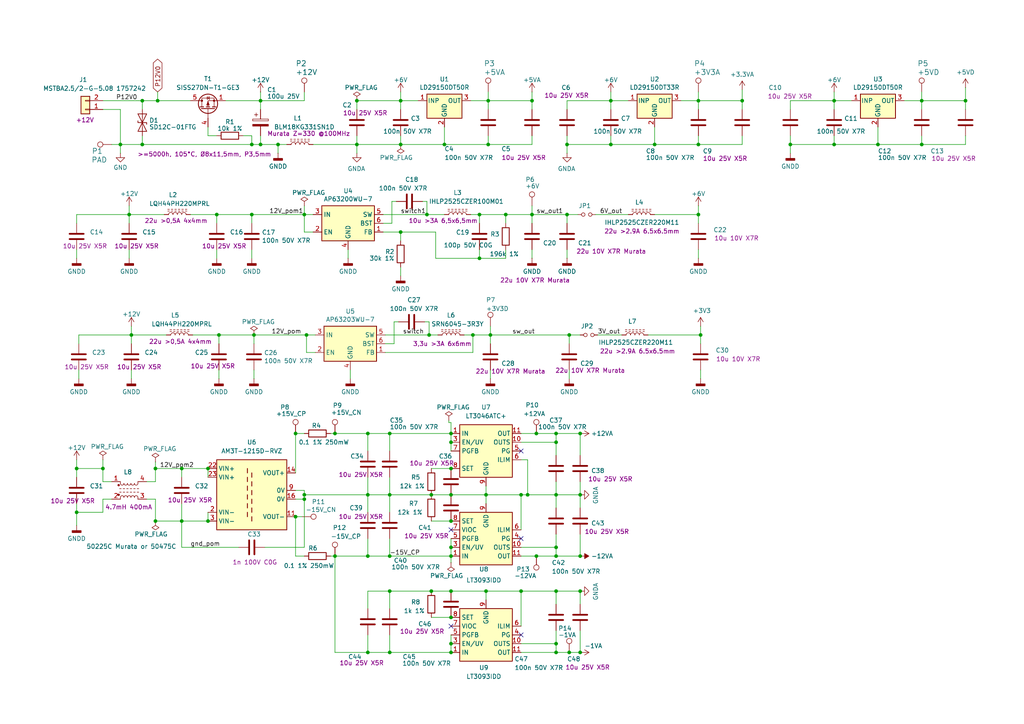
<source format=kicad_sch>
(kicad_sch (version 20250114) (generator "eeschema") (generator_version "9.0")
  (paper "A4")
  (junction (at 52.705 135.89))
  (junction (at 130.81 179.07))
  (junction (at 146.685 62.23))
  (junction (at 45.085 135.89))
  (junction (at 140.97 171.45))
  (junction (at 241.935 41.91))
  (junction (at 168.275 161.29))
  (junction (at 116.205 41.91))
  (junction (at 165.1 189.23))
  (junction (at 203.2 97.155))
  (junction (at 60.325 151.13))
  (junction (at 130.81 125.73))
  (junction (at 154.305 62.23))
  (junction (at 161.29 171.45))
  (junction (at 139.065 62.23))
  (junction (at 161.29 128.27))
  (junction (at 229.235 41.91))
  (junction (at 22.225 135.89))
  (junction (at 254.635 41.91))
  (junction (at 73.025 41.91))
  (junction (at 38.1 97.155))
  (junction (at 113.03 189.23))
  (junction (at 130.81 135.89))
  (junction (at 88.265 62.23))
  (junction (at 161.29 161.29))
  (junction (at 130.81 189.23))
  (junction (at 116.205 29.21))
  (junction (at 97.155 125.73))
  (junction (at 88.265 143.51))
  (junction (at 165.1 97.155))
  (junction (at 41.275 41.91))
  (junction (at 151.13 171.45))
  (junction (at 52.705 151.13))
  (junction (at 130.81 128.27))
  (junction (at 267.335 41.91))
  (junction (at 267.335 29.21))
  (junction (at 124.46 97.155))
  (junction (at 161.29 186.69))
  (junction (at 63.5 97.155))
  (junction (at 113.03 143.51))
  (junction (at 113.03 161.29))
  (junction (at 202.565 62.23))
  (junction (at 155.575 125.73))
  (junction (at 177.165 41.91))
  (junction (at 123.825 62.23))
  (junction (at 151.13 143.51))
  (junction (at 161.29 143.51))
  (junction (at 73.66 97.155))
  (junction (at 154.305 29.21))
  (junction (at 153.035 143.51))
  (junction (at 130.81 161.29))
  (junction (at 106.68 143.51))
  (junction (at 41.275 29.21))
  (junction (at 103.505 29.21))
  (junction (at 80.645 41.91))
  (junction (at 155.575 161.29))
  (junction (at 202.565 29.21))
  (junction (at 103.505 41.91))
  (junction (at 141.605 41.91))
  (junction (at 189.865 41.91))
  (junction (at 161.29 189.23))
  (junction (at 60.325 135.89))
  (junction (at 125.095 143.51))
  (junction (at 116.205 67.31))
  (junction (at 113.03 125.73))
  (junction (at 97.155 161.29))
  (junction (at 142.24 97.155))
  (junction (at 45.085 151.13))
  (junction (at 168.275 171.45))
  (junction (at 280.035 29.21))
  (junction (at 34.925 41.91))
  (junction (at 168.275 189.23))
  (junction (at 161.29 125.73))
  (junction (at 130.81 143.51))
  (junction (at 106.68 161.29))
  (junction (at 125.095 171.45))
  (junction (at 106.68 189.23))
  (junction (at 137.16 97.155))
  (junction (at 141.605 29.21))
  (junction (at 241.935 29.21))
  (junction (at 45.72 29.21))
  (junction (at 177.165 29.21))
  (junction (at 168.275 125.73))
  (junction (at 75.565 29.21))
  (junction (at 22.225 148.59))
  (junction (at 130.81 158.75))
  (junction (at 88.9 97.155))
  (junction (at 62.865 62.23))
  (junction (at 85.725 125.73))
  (junction (at 88.265 144.78))
  (junction (at 139.065 74.93))
  (junction (at 130.81 151.13))
  (junction (at 37.465 62.23))
  (junction (at 130.81 186.69))
  (junction (at 75.565 41.91))
  (junction (at 202.565 41.91))
  (junction (at 161.29 158.75))
  (junction (at 140.97 143.51))
  (junction (at 215.265 29.21))
  (junction (at 29.845 135.89))
  (junction (at 106.68 125.73))
  (junction (at 130.81 171.45))
  (junction (at 128.905 41.91))
  (junction (at 164.465 41.91))
  (junction (at 113.03 171.45))
  (junction (at 168.275 143.51))
  (junction (at 164.465 62.23))
  (junction (at 73.025 62.23))
  (junction (at 85.725 149.86))
  (no_connect (at 151.13 156.21))
  (no_connect (at 151.13 130.81))
  (no_connect (at 130.81 153.67))
  (no_connect (at 130.81 181.61))
  (no_connect (at 151.13 184.15))
  (wire (pts (xy 88.265 143.51) (xy 88.265 144.78)))
  (wire (pts (xy 140.97 173.99) (xy 140.97 171.45)))
  (wire (pts (xy 97.155 125.73) (xy 106.68 125.73)))
  (wire (pts (xy 161.29 171.45) (xy 151.13 171.45)))
  (wire (pts (xy 130.81 143.51) (xy 140.97 143.51)))
  (wire (pts (xy 75.565 26.67) (xy 75.565 29.21)))
  (wire (pts (xy 130.81 189.23) (xy 113.03 189.23)))
  (wire (pts (xy 229.235 44.45) (xy 229.235 41.91)))
  (wire (pts (xy 140.97 146.05) (xy 140.97 143.51)))
  (wire (pts (xy 130.81 158.75) (xy 130.81 161.29)))
  (wire (pts (xy 103.505 29.21) (xy 116.205 29.21)))
  (wire (pts (xy 22.225 135.89) (xy 29.845 135.89)))
  (wire (pts (xy 70.485 39.37) (xy 73.025 39.37)))
  (wire (pts (xy 130.81 128.27) (xy 130.81 130.81)))
  (wire (pts (xy 215.265 26.035) (xy 215.265 29.21)))
  (wire (pts (xy 34.925 31.75) (xy 29.845 31.75)))
  (wire (pts (xy 52.705 151.13) (xy 60.325 151.13)))
  (wire (pts (xy 29.845 135.89) (xy 29.845 139.7)))
  (wire (pts (xy 173.355 97.155) (xy 180.34 97.155)))
  (wire (pts (xy 172.72 62.23) (xy 182.245 62.23)))
  (wire (pts (xy 113.03 156.21) (xy 113.03 161.29)))
  (wire (pts (xy 22.225 146.05) (xy 22.225 148.59)))
  (wire (pts (xy 164.465 41.91) (xy 164.465 39.37)))
  (wire (pts (xy 130.81 163.195) (xy 130.81 161.29)))
  (wire (pts (xy 88.265 158.75) (xy 88.265 144.78)))
  (wire (pts (xy 146.685 72.39) (xy 146.685 74.93)))
  (wire (pts (xy 63.5 97.155) (xy 73.66 97.155)))
  (wire (pts (xy 165.1 97.155) (xy 142.24 97.155)))
  (wire (pts (xy 75.565 41.91) (xy 80.645 41.91)))
  (wire (pts (xy 45.085 139.7) (xy 45.085 135.89)))
  (wire (pts (xy 280.035 29.21) (xy 267.335 29.21)))
  (wire (pts (xy 139.065 72.39) (xy 139.065 74.93)))
  (wire (pts (xy 155.575 125.73) (xy 161.29 125.73)))
  (wire (pts (xy 137.16 102.235) (xy 137.16 97.155)))
  (wire (pts (xy 113.03 130.81) (xy 113.03 125.73)))
  (wire (pts (xy 88.265 67.31) (xy 88.265 62.23)))
  (wire (pts (xy 151.13 171.45) (xy 151.13 181.61)))
  (wire (pts (xy 73.66 109.855) (xy 73.66 107.315)))
  (wire (pts (xy 45.085 144.78) (xy 42.545 144.78)))
  (wire (pts (xy 88.265 161.29) (xy 85.725 161.29)))
  (wire (pts (xy 202.565 59.69) (xy 202.565 62.23)))
  (wire (pts (xy 113.03 138.43) (xy 113.03 143.51)))
  (wire (pts (xy 151.13 128.27) (xy 161.29 128.27)))
  (wire (pts (xy 280.035 41.91) (xy 267.335 41.91)))
  (wire (pts (xy 103.505 31.75) (xy 103.505 29.21)))
  (wire (pts (xy 41.275 41.91) (xy 41.275 39.37)))
  (wire (pts (xy 62.865 74.93) (xy 62.865 72.39)))
  (wire (pts (xy 22.225 62.23) (xy 22.225 64.77)))
  (wire (pts (xy 73.025 64.77) (xy 73.025 62.23)))
  (wire (pts (xy 254.635 41.91) (xy 254.635 36.83)))
  (wire (pts (xy 45.085 135.89) (xy 52.705 135.89)))
  (wire (pts (xy 189.865 41.91) (xy 189.865 36.83)))
  (wire (pts (xy 142.24 107.315) (xy 142.24 109.855)))
  (wire (pts (xy 151.13 125.73) (xy 155.575 125.73)))
  (wire (pts (xy 111.76 102.235) (xy 137.16 102.235)))
  (wire (pts (xy 62.865 64.77) (xy 62.865 62.23)))
  (wire (pts (xy 45.085 133.985) (xy 45.085 135.89)))
  (wire (pts (xy 187.96 97.155) (xy 203.2 97.155)))
  (wire (pts (xy 85.725 149.86) (xy 85.725 161.29)))
  (wire (pts (xy 75.565 39.37) (xy 75.565 41.91)))
  (wire (pts (xy 267.335 29.21) (xy 267.335 31.75)))
  (wire (pts (xy 154.305 72.39) (xy 154.305 74.93)))
  (wire (pts (xy 177.165 41.91) (xy 189.865 41.91)))
  (wire (pts (xy 38.1 109.855) (xy 38.1 107.315)))
  (wire (pts (xy 202.565 62.23) (xy 202.565 64.77)))
  (wire (pts (xy 88.9 97.155) (xy 91.44 97.155)))
  (wire (pts (xy 88.9 102.235) (xy 88.9 97.155)))
  (wire (pts (xy 140.97 140.97) (xy 140.97 143.51)))
  (wire (pts (xy 161.29 143.51) (xy 153.035 143.51)))
  (wire (pts (xy 52.705 158.75) (xy 69.215 158.75)))
  (wire (pts (xy 161.29 158.75) (xy 161.29 154.94)))
  (wire (pts (xy 114.935 58.42) (xy 113.665 58.42)))
  (wire (pts (xy 142.24 97.155) (xy 142.24 99.695)))
  (wire (pts (xy 106.68 171.45) (xy 106.68 176.53)))
  (wire (pts (xy 52.705 151.13) (xy 52.705 158.75)))
  (wire (pts (xy 123.825 58.42) (xy 122.555 58.42)))
  (wire (pts (xy 168.275 175.26) (xy 168.275 171.45)))
  (wire (pts (xy 280.035 31.75) (xy 280.035 29.21)))
  (wire (pts (xy 241.935 39.37) (xy 241.935 41.91)))
  (wire (pts (xy 229.235 41.91) (xy 229.235 39.37)))
  (wire (pts (xy 90.805 41.91) (xy 103.505 41.91)))
  (wire (pts (xy 113.03 184.15) (xy 113.03 189.23)))
  (wire (pts (xy 215.265 29.21) (xy 202.565 29.21)))
  (wire (pts (xy 113.03 189.23) (xy 106.68 189.23)))
  (wire (pts (xy 116.205 77.47) (xy 116.205 80.01)))
  (wire (pts (xy 130.81 151.13) (xy 125.095 151.13)))
  (wire (pts (xy 101.6 109.855) (xy 101.6 107.315)))
  (wire (pts (xy 88.265 29.21) (xy 88.265 26.67)))
  (wire (pts (xy 151.13 133.35) (xy 153.035 133.35)))
  (wire (pts (xy 37.465 59.69) (xy 37.465 62.23)))
  (wire (pts (xy 113.03 148.59) (xy 113.03 143.51)))
  (wire (pts (xy 116.205 29.21) (xy 116.205 31.75)))
  (wire (pts (xy 164.465 29.21) (xy 177.165 29.21)))
  (wire (pts (xy 34.925 44.45) (xy 34.925 41.91)))
  (wire (pts (xy 22.225 133.35) (xy 22.225 135.89)))
  (wire (pts (xy 125.095 143.51) (xy 130.81 143.51)))
  (wire (pts (xy 85.725 125.73) (xy 85.725 137.16)))
  (wire (pts (xy 88.265 144.78) (xy 85.725 144.78)))
  (wire (pts (xy 155.575 161.29) (xy 161.29 161.29)))
  (wire (pts (xy 73.025 74.93) (xy 73.025 72.39)))
  (wire (pts (xy 202.565 39.37) (xy 202.565 41.91)))
  (wire (pts (xy 73.66 99.695) (xy 73.66 97.155)))
  (wire (pts (xy 124.46 93.345) (xy 123.19 93.345)))
  (wire (pts (xy 116.205 67.31) (xy 126.365 67.31)))
  (wire (pts (xy 154.305 31.75) (xy 154.305 29.21)))
  (wire (pts (xy 22.86 97.155) (xy 22.86 99.695)))
  (wire (pts (xy 241.935 29.21) (xy 241.935 31.75)))
  (wire (pts (xy 106.68 189.23) (xy 106.68 184.15)))
  (wire (pts (xy 38.1 94.615) (xy 38.1 97.155)))
  (wire (pts (xy 114.3 93.345) (xy 114.3 99.695)))
  (wire (pts (xy 88.265 142.24) (xy 88.265 143.51)))
  (wire (pts (xy 55.245 62.23) (xy 62.865 62.23)))
  (wire (pts (xy 97.155 161.29) (xy 106.68 161.29)))
  (wire (pts (xy 76.835 158.75) (xy 88.265 158.75)))
  (wire (pts (xy 111.125 67.31) (xy 116.205 67.31)))
  (wire (pts (xy 197.485 29.21) (xy 202.565 29.21)))
  (wire (pts (xy 177.165 26.67) (xy 177.165 29.21)))
  (wire (pts (xy 128.905 41.91) (xy 128.905 36.83)))
  (wire (pts (xy 161.29 175.26) (xy 161.29 171.45)))
  (wire (pts (xy 37.465 62.23) (xy 37.465 64.77)))
  (wire (pts (xy 267.335 39.37) (xy 267.335 41.91)))
  (wire (pts (xy 161.29 125.73) (xy 161.29 128.27)))
  (wire (pts (xy 128.905 62.23) (xy 123.825 62.23)))
  (wire (pts (xy 189.865 62.23) (xy 202.565 62.23)))
  (wire (pts (xy 153.035 143.51) (xy 151.13 143.51)))
  (wire (pts (xy 41.275 29.21) (xy 41.275 31.75)))
  (wire (pts (xy 130.81 179.07) (xy 125.095 179.07)))
  (wire (pts (xy 130.175 121.92) (xy 130.175 122.555)))
  (wire (pts (xy 32.385 144.78) (xy 29.845 144.78)))
  (wire (pts (xy 116.205 67.31) (xy 116.205 69.85)))
  (wire (pts (xy 75.565 29.21) (xy 88.265 29.21)))
  (wire (pts (xy 90.805 67.31) (xy 88.265 67.31)))
  (wire (pts (xy 151.13 143.51) (xy 140.97 143.51)))
  (wire (pts (xy 177.165 29.21) (xy 177.165 31.75)))
  (wire (pts (xy 88.265 59.69) (xy 88.265 62.23)))
  (wire (pts (xy 91.44 102.235) (xy 88.9 102.235)))
  (wire (pts (xy 22.225 135.89) (xy 22.225 138.43)))
  (wire (pts (xy 45.72 26.67) (xy 45.72 29.21)))
  (wire (pts (xy 114.3 99.695) (xy 111.76 99.695)))
  (wire (pts (xy 34.925 31.75) (xy 34.925 41.91)))
  (wire (pts (xy 116.205 39.37) (xy 116.205 41.91)))
  (wire (pts (xy 203.2 97.155) (xy 203.2 94.615)))
  (wire (pts (xy 280.035 39.37) (xy 280.035 41.91)))
  (wire (pts (xy 130.81 186.69) (xy 130.81 189.23)))
  (wire (pts (xy 130.81 184.15) (xy 130.81 186.69)))
  (wire (pts (xy 113.03 161.29) (xy 106.68 161.29)))
  (wire (pts (xy 151.13 161.29) (xy 155.575 161.29)))
  (wire (pts (xy 165.1 189.23) (xy 168.275 189.23)))
  (wire (pts (xy 37.465 74.93) (xy 37.465 72.39)))
  (wire (pts (xy 267.335 41.91) (xy 254.635 41.91)))
  (wire (pts (xy 203.2 97.155) (xy 203.2 99.695)))
  (wire (pts (xy 177.165 39.37) (xy 177.165 41.91)))
  (wire (pts (xy 229.235 41.91) (xy 241.935 41.91)))
  (wire (pts (xy 62.865 62.23) (xy 73.025 62.23)))
  (wire (pts (xy 161.29 189.23) (xy 165.1 189.23)))
  (wire (pts (xy 139.065 74.93) (xy 146.685 74.93)))
  (wire (pts (xy 154.305 39.37) (xy 154.305 41.91)))
  (wire (pts (xy 161.29 186.69) (xy 161.29 182.88)))
  (wire (pts (xy 215.265 41.91) (xy 202.565 41.91)))
  (wire (pts (xy 113.03 161.29) (xy 130.81 161.29)))
  (wire (pts (xy 130.81 125.73) (xy 113.03 125.73)))
  (wire (pts (xy 88.265 62.23) (xy 90.805 62.23)))
  (wire (pts (xy 168.275 139.7) (xy 168.275 143.51)))
  (wire (pts (xy 103.505 41.91) (xy 103.505 39.37)))
  (wire (pts (xy 262.255 29.21) (xy 267.335 29.21)))
  (wire (pts (xy 41.275 41.91) (xy 34.925 41.91)))
  (wire (pts (xy 151.13 171.45) (xy 140.97 171.45)))
  (wire (pts (xy 106.68 138.43) (xy 106.68 143.51)))
  (wire (pts (xy 111.125 62.23) (xy 123.825 62.23)))
  (wire (pts (xy 280.035 25.4) (xy 280.035 29.21)))
  (wire (pts (xy 38.1 97.155) (xy 48.26 97.155)))
  (wire (pts (xy 63.5 109.855) (xy 63.5 107.315)))
  (wire (pts (xy 103.505 41.91) (xy 116.205 41.91)))
  (wire (pts (xy 164.465 41.91) (xy 177.165 41.91)))
  (wire (pts (xy 151.13 158.75) (xy 161.29 158.75)))
  (wire (pts (xy 124.46 93.345) (xy 124.46 97.155)))
  (wire (pts (xy 164.465 44.45) (xy 164.465 41.91)))
  (wire (pts (xy 267.335 26.67) (xy 267.335 29.21)))
  (wire (pts (xy 161.29 125.73) (xy 168.275 125.73)))
  (wire (pts (xy 130.81 125.73) (xy 130.81 128.27)))
  (wire (pts (xy 113.03 171.45) (xy 125.095 171.45)))
  (wire (pts (xy 130.81 171.45) (xy 140.97 171.45)))
  (wire (pts (xy 111.76 97.155) (xy 124.46 97.155)))
  (wire (pts (xy 22.225 148.59) (xy 22.225 152.4)))
  (wire (pts (xy 127 97.155) (xy 124.46 97.155)))
  (wire (pts (xy 161.29 161.29) (xy 161.29 158.75)))
  (wire (pts (xy 106.68 143.51) (xy 106.68 148.59)))
  (wire (pts (xy 141.605 41.91) (xy 128.905 41.91)))
  (wire (pts (xy 229.235 31.75) (xy 229.235 29.21)))
  (wire (pts (xy 41.275 29.21) (xy 45.72 29.21)))
  (wire (pts (xy 136.525 29.21) (xy 141.605 29.21)))
  (wire (pts (xy 41.275 41.91) (xy 73.025 41.91)))
  (wire (pts (xy 165.1 109.855) (xy 165.1 107.315)))
  (wire (pts (xy 126.365 74.93) (xy 139.065 74.93)))
  (wire (pts (xy 45.72 29.21) (xy 55.245 29.21)))
  (wire (pts (xy 29.845 144.78) (xy 29.845 148.59)))
  (wire (pts (xy 164.465 74.93) (xy 164.465 72.39)))
  (wire (pts (xy 38.1 97.155) (xy 38.1 99.695)))
  (wire (pts (xy 73.66 97.155) (xy 88.9 97.155)))
  (wire (pts (xy 29.845 133.35) (xy 29.845 135.89)))
  (wire (pts (xy 29.845 148.59) (xy 22.225 148.59)))
  (wire (pts (xy 60.325 135.89) (xy 60.325 138.43)))
  (wire (pts (xy 125.095 171.45) (xy 130.81 171.45)))
  (wire (pts (xy 136.525 62.23) (xy 139.065 62.23)))
  (wire (pts (xy 45.085 151.13) (xy 45.085 144.78)))
  (wire (pts (xy 123.825 58.42) (xy 123.825 62.23)))
  (wire (pts (xy 146.685 62.23) (xy 146.685 64.77)))
  (wire (pts (xy 75.565 31.75) (xy 75.565 29.21)))
  (wire (pts (xy 202.565 26.67) (xy 202.565 29.21)))
  (wire (pts (xy 154.305 29.21) (xy 141.605 29.21)))
  (wire (pts (xy 97.155 161.29) (xy 97.155 189.23)))
  (wire (pts (xy 85.725 142.24) (xy 88.265 142.24)))
  (wire (pts (xy 130.81 135.89) (xy 125.095 135.89)))
  (wire (pts (xy 151.13 186.69) (xy 161.29 186.69)))
  (wire (pts (xy 165.1 97.155) (xy 165.1 99.695)))
  (wire (pts (xy 161.29 147.32) (xy 161.29 143.51)))
  (wire (pts (xy 37.465 62.23) (xy 22.225 62.23)))
  (wire (pts (xy 60.325 36.83) (xy 60.325 39.37)))
  (wire (pts (xy 130.81 156.21) (xy 130.81 158.75)))
  (wire (pts (xy 88.265 143.51) (xy 106.68 143.51)))
  (wire (pts (xy 141.605 29.21) (xy 141.605 31.75)))
  (wire (pts (xy 203.2 109.855) (xy 203.2 107.315)))
  (wire (pts (xy 113.665 64.77) (xy 111.125 64.77)))
  (wire (pts (xy 106.68 171.45) (xy 113.03 171.45)))
  (wire (pts (xy 161.29 139.7) (xy 161.29 143.51)))
  (wire (pts (xy 142.24 94.615) (xy 142.24 97.155)))
  (wire (pts (xy 52.705 151.13) (xy 45.085 151.13)))
  (wire (pts (xy 106.68 143.51) (xy 113.03 143.51)))
  (wire (pts (xy 113.03 143.51) (xy 125.095 143.51)))
  (wire (pts (xy 103.505 44.45) (xy 103.505 41.91)))
  (wire (pts (xy 116.205 41.91) (xy 128.905 41.91)))
  (wire (pts (xy 95.885 161.29) (xy 97.155 161.29)))
  (wire (pts (xy 115.57 93.345) (xy 114.3 93.345)))
  (wire (pts (xy 126.365 67.31) (xy 126.365 74.93)))
  (wire (pts (xy 37.465 62.23) (xy 47.625 62.23)))
  (wire (pts (xy 139.065 62.23) (xy 139.065 64.77)))
  (wire (pts (xy 164.465 62.23) (xy 164.465 64.77)))
  (wire (pts (xy 161.29 171.45) (xy 168.275 171.45)))
  (wire (pts (xy 116.205 29.21) (xy 121.285 29.21)))
  (wire (pts (xy 60.325 148.59) (xy 60.325 151.13)))
  (wire (pts (xy 65.405 29.21) (xy 75.565 29.21)))
  (wire (pts (xy 164.465 31.75) (xy 164.465 29.21)))
  (wire (pts (xy 202.565 74.93) (xy 202.565 72.39)))
  (wire (pts (xy 177.165 29.21) (xy 182.245 29.21)))
  (wire (pts (xy 73.025 62.23) (xy 88.265 62.23)))
  (wire (pts (xy 141.605 26.67) (xy 141.605 29.21)))
  (wire (pts (xy 154.305 41.91) (xy 141.605 41.91)))
  (wire (pts (xy 73.025 39.37) (xy 73.025 41.91)))
  (wire (pts (xy 75.565 41.91) (xy 73.025 41.91)))
  (wire (pts (xy 106.68 125.73) (xy 106.68 130.81)))
  (wire (pts (xy 141.605 39.37) (xy 141.605 41.91)))
  (wire (pts (xy 168.275 182.88) (xy 168.275 189.23)))
  (wire (pts (xy 241.935 26.67) (xy 241.935 29.21)))
  (wire (pts (xy 241.935 41.91) (xy 254.635 41.91)))
  (wire (pts (xy 52.705 146.05) (xy 52.705 151.13)))
  (wire (pts (xy 161.29 161.29) (xy 168.275 161.29)))
  (wire (pts (xy 215.265 39.37) (xy 215.265 41.91)))
  (wire (pts (xy 130.175 122.555) (xy 130.81 122.555)))
  (wire (pts (xy 241.935 29.21) (xy 247.015 29.21)))
  (wire (pts (xy 113.665 58.42) (xy 113.665 64.77)))
  (wire (pts (xy 130.81 122.555) (xy 130.81 125.73)))
  (wire (pts (xy 60.325 39.37) (xy 62.865 39.37)))
  (wire (pts (xy 52.705 135.89) (xy 60.325 135.89)))
  (wire (pts (xy 113.03 176.53) (xy 113.03 171.45)))
  (wire (pts (xy 215.265 31.75) (xy 215.265 29.21)))
  (wire (pts (xy 151.13 189.23) (xy 161.29 189.23)))
  (wire (pts (xy 80.645 41.91) (xy 80.645 44.45)))
  (wire (pts (xy 202.565 41.91) (xy 189.865 41.91)))
  (wire (pts (xy 87.63 149.86) (xy 85.725 149.86)))
  (wire (pts (xy 38.1 97.155) (xy 22.86 97.155)))
  (wire (pts (xy 154.305 62.23) (xy 154.305 64.77)))
  (wire (pts (xy 139.065 62.23) (xy 146.685 62.23)))
  (wire (pts (xy 202.565 29.21) (xy 202.565 31.75)))
  (wire (pts (xy 161.29 128.27) (xy 161.29 132.08)))
  (wire (pts (xy 146.685 62.23) (xy 154.305 62.23)))
  (wire (pts (xy 63.5 99.695) (xy 63.5 97.155)))
  (wire (pts (xy 164.465 62.23) (xy 167.64 62.23)))
  (wire (pts (xy 161.29 189.23) (xy 161.29 186.69)))
  (wire (pts (xy 151.13 143.51) (xy 151.13 153.67)))
  (wire (pts (xy 142.24 97.155) (xy 137.16 97.155)))
  (wire (pts (xy 106.68 161.29) (xy 106.68 156.21)))
  (wire (pts (xy 229.235 29.21) (xy 241.935 29.21)))
  (wire (pts (xy 168.275 125.73) (xy 168.275 132.08)))
  (wire (pts (xy 52.705 135.89) (xy 52.705 138.43)))
  (wire (pts (xy 88.265 125.73) (xy 85.725 125.73)))
  (wire (pts (xy 113.03 125.73) (xy 106.68 125.73)))
  (wire (pts (xy 164.465 62.23) (xy 154.305 62.23)))
  (wire (pts (xy 55.88 97.155) (xy 63.5 97.155)))
  (wire (pts (xy 100.965 74.93) (xy 100.965 72.39)))
  (wire (pts (xy 29.845 139.7) (xy 32.385 139.7)))
  (wire (pts (xy 161.29 143.51) (xy 168.275 143.51)))
  (wire (pts (xy 22.86 109.855) (xy 22.86 107.315)))
  (wire (pts (xy 32.385 41.91) (xy 34.925 41.91)))
  (wire (pts (xy 83.185 41.91) (xy 80.645 41.91)))
  (wire (pts (xy 95.885 125.73) (xy 97.155 125.73)))
  (wire (pts (xy 168.275 97.155) (xy 165.1 97.155)))
  (wire (pts (xy 97.155 189.23) (xy 106.68 189.23)))
  (wire (pts (xy 154.305 26.67) (xy 154.305 29.21)))
  (wire (pts (xy 29.845 29.21) (xy 41.275 29.21)))
  (wire (pts (xy 168.275 147.32) (xy 168.275 143.51)))
  (wire (pts (xy 137.16 97.155) (xy 134.62 97.155)))
  (wire (pts (xy 153.035 133.35) (xy 153.035 143.51)))
  (wire (pts (xy 168.275 154.94) (xy 168.275 161.29)))
  (wire (pts (xy 154.305 59.69) (xy 154.305 62.23)))
  (wire (pts (xy 22.225 74.93) (xy 22.225 72.39)))
  (wire (pts (xy 42.545 139.7) (xy 45.085 139.7)))
  (wire (pts (xy 116.205 26.67) (xy 116.205 29.21)))
  (label "gnd_pom" (at 55.245 158.75 0))
  (label "P12V0" (at 33.655 29.21 0))
  (label "-15V_CP" (at 113.03 161.29 0))
  (label "12V_pom2" (at 46.355 135.89 0))
  (label "sw_out1" (at 155.575 62.23 0))
  (label "3V_out" (at 173.355 97.155 0))
  (label "sw_out" (at 148.59 97.155 0))
  (label "switch1" (at 116.205 62.23 0))
  (label "12V_pom" (at 78.74 97.155 0))
  (label "switch" (at 116.84 97.155 0))
  (label "12V_pom1" (at 78.105 62.23 0))
  (label "6V_out" (at 173.99 62.23 0))
  (global_label "P12V0" (shape bidirectional) (at 45.72 26.67 90) (property "Intersheetrefs" "${INTERSHEET_REFS}" (effects (hide yes))))
  (symbol (lib_id "Device:C") (at 154.305 68.58 0) (unit 1)
    (property "Reference" "C20" (at 157.48 70.485 0) (effects (justify left)))
    (property "Value" "GRM31CR71A226KE15L" (effects (hide yes)))
    (property "Footprint" "Capacitor_SMD:C_1206_3216Metric" (effects (hide yes)))
    (property "Description" "Unpolarized capacitor" (effects (hide yes)))
    (property "Comm" "22u 10V X7R Murata" (at 145.034 81.28 0) (effects (justify left)))
  )
  (symbol (lib_id "power:+12V") (at 75.565 26.67 0) (unit 1)
    (property "Reference" "#PWR015" (effects (hide yes)))
    (property "Value" "+12V" (at 75.565 23.1681 0))
    (property "Description" "Power symbol creates a global label with name \"+12V\"" (effects (hide yes)))
  )
  (symbol (lib_id "Device:C") (at 164.465 35.56 0) (mirror y) (unit 1)
    (property "Reference" "C6" (at 162.814 25.4 0) (effects (justify right)))
    (property "Value" "GRM188R61E106KA73D" (effects (hide yes)))
    (property "Footprint" "Capacitor_SMD:C_0603_1608Metric" (effects (hide yes)))
    (property "Description" "Unpolarized capacitor" (effects (hide yes)))
    (property "Comm" "10u 25V X5R" (at 164.338 27.686 0))
  )
  (symbol (lib_id "power:GNDD") (at 22.86 109.855 0) (unit 1)
    (property "Reference" "#PWR02" (effects (hide yes)))
    (property "Value" "GNDD" (at 22.86 113.665 0))
    (property "Description" "Power symbol creates a global label with name \"GNDD\" , digital ground" (effects (hide yes)))
  )
  (symbol (lib_id "My_Library:LT3093IDD") (at 139.7 193.04 0) (mirror x) (unit 1)
    (property "Reference" "U9" (at 140.335 193.675 0))
    (property "Value" "LT3093IDD" (at 140.335 196.215 0))
    (property "Footprint" "Package_DFN_QFN:DFN-12-1EP_3x3mm_P0.5mm_EP1.6x2.5mm_ThermalVias" (effects (hide yes)))
    (property "Datasheet" "https://www.analog.com/media/en/technical-documentation/data-sheets/lt3093.pdf" (effects (hide yes)))
  )
  (symbol (lib_id "powersc7-rescue:L_Core_Ferrite-Device") (at 186.055 62.23 270) (mirror x) (unit 1)
    (property "Reference" "L4" (at 185.42 58.674 90))
    (property "Value" "IHLP2525CZER220M11" (at 186.182 64.516 90))
    (property "Footprint" "Inductor_SMD:L_Vishay_IHLP-2525" (effects (hide yes)))
    (property "Datasheet" "https://www.tme.eu/Document/0e26a5354c0a05acf8aecc0d158cbffe/IHLP-2525CZ-11.pdf" (effects (hide yes)))
    (property "Comm" "22u >2.9A 6.5x6.5mm" (at 186.182 67.056 90))
  )
  (symbol (lib_id "Device:R") (at 125.095 139.7 0) (unit 1)
    (property "Reference" "R5" (at 121.92 138.43 0) (effects (justify right)))
    (property "Value" "12k 1%" (at 123.19 140.97 0) (effects (justify right)))
    (property "Footprint" "Resistor_SMD:R_0603_1608Metric" (effects (hide yes)))
    (property "Description" "Resistor" (effects (hide yes)))
  )
  (symbol (lib_id "Device:C") (at 168.275 179.07 0) (mirror y) (unit 1)
    (property "Reference" "C48" (at 164.465 191.135 0) (effects (justify right)))
    (property "Value" "GRM188R61E106KA73D" (effects (hide yes)))
    (property "Footprint" "Capacitor_SMD:C_0603_1608Metric" (effects (hide yes)))
    (property "Description" "Unpolarized capacitor" (effects (hide yes)))
    (property "Comm" "10u 25V X5R" (at 170.434 193.548 0))
  )
  (symbol (lib_id "Device:C") (at 154.305 35.56 0) (mirror y) (unit 1)
    (property "Reference" "C5" (at 145.415 43.18 0) (effects (justify right)))
    (property "Value" "GRM188R61E106KA73D" (effects (hide yes)))
    (property "Footprint" "Capacitor_SMD:C_0603_1608Metric" (effects (hide yes)))
    (property "Description" "Unpolarized capacitor" (effects (hide yes)))
    (property "Comm" "10u 25V X5R" (at 151.892 45.72 0))
  )
  (symbol (lib_id "Device:C") (at 62.865 68.58 0) (mirror y) (unit 1)
    (property "Reference" "C16" (at 66.675 67.31 0) (effects (justify right)))
    (property "Value" "GRM188R61E106KA73D" (effects (hide yes)))
    (property "Footprint" "Capacitor_SMD:C_0603_1608Metric" (effects (hide yes)))
    (property "Description" "Unpolarized capacitor" (effects (hide yes)))
    (property "Comm" "10u 25V X5R" (at 65.024 71.374 0))
  )
  (symbol (lib_id "power:GNDA") (at 164.465 44.45 0) (mirror y) (unit 1)
    (property "Reference" "#PWR099" (effects (hide yes)))
    (property "Value" "GNDA" (at 164.338 48.9458 0))
    (property "Description" "Power symbol creates a global label with name \"GNDA\" , analog ground" (effects (hide yes)))
  )
  (symbol (lib_id "power:PWR_FLAG") (at 130.81 163.195 180) (unit 1)
    (property "Reference" "#FLG05" (effects (hide yes)))
    (property "Value" "PWR_FLAG" (at 129.54 167.005 0))
    (property "Description" "Special symbol for telling ERC where power comes from" (effects (hide yes)))
  )
  (symbol (lib_id "power:PWR_FLAG") (at 103.505 29.21 0) (unit 1)
    (property "Reference" "#FLG08" (effects (hide yes)))
    (property "Value" "PWR_FLAG" (at 104.775 25.4 0))
    (property "Description" "Special symbol for telling ERC where power comes from" (effects (hide yes)))
  )
  (symbol (lib_id "c100AvA-rescue:CP-Device") (at 75.565 35.56 0) (unit 1)
    (property "Reference" "C1" (at 77.47 26.035 0) (effects (justify left)))
    (property "Value" "100u 25V" (at 77.47 27.94 0) (effects (justify left)))
    (property "Footprint" "Capacitor_THT:CP_Radial_D8.0mm_P3.50mm" (effects (hide yes)))
    (property "Comm" ">=5000h, 105°C, Ø8x11,5mm, P3,5mm" (at 39.878 44.704 0) (effects (justify left)))
  )
  (symbol (lib_id "power:+3.3VA") (at 215.265 26.035 0) (unit 1)
    (property "Reference" "#PWR0101" (effects (hide yes)))
    (property "Value" "+3.3VA" (at 215.265 21.59 0))
    (property "Description" "Power symbol creates a global label with name \"+3.3VA\"" (effects (hide yes)))
  )
  (symbol (lib_id "power:PWR_FLAG") (at 73.66 97.155 0) (unit 1)
    (property "Reference" "#FLG04" (effects (hide yes)))
    (property "Value" "PWR_FLAG" (at 74.93 93.345 0))
    (property "Description" "Special symbol for telling ERC where power comes from" (effects (hide yes)))
  )
  (symbol (lib_id "Device:C") (at 63.5 103.505 0) (mirror y) (unit 1)
    (property "Reference" "C25" (at 56.515 102.235 0) (effects (justify right)))
    (property "Value" "GRM188R61E106KA73D" (effects (hide yes)))
    (property "Footprint" "Capacitor_SMD:C_0603_1608Metric" (effects (hide yes)))
    (property "Description" "Unpolarized capacitor" (effects (hide yes)))
    (property "Comm" "10u 25V X5R" (at 61.722 106.172 0))
  )
  (symbol (lib_id "power:GNDD") (at 63.5 109.855 0) (unit 1)
    (property "Reference" "#PWR012" (effects (hide yes)))
    (property "Value" "GNDD" (at 63.5 113.665 0))
    (property "Description" "Power symbol creates a global label with name \"GNDD\" , digital ground" (effects (hide yes)))
  )
  (symbol (lib_id "My_Library:LT3046ATC") (at 139.7 123.19 0) (unit 1)
    (property "Reference" "U7" (at 140.97 118.11 0))
    (property "Value" "LT3046ATC+" (at 140.97 120.65 0))
    (property "Footprint" "Package_DFN_QFN:DFN-12-1EP_3x3mm_P0.5mm_EP1.6x2.5mm_ThermalVias" (effects (hide yes)))
    (property "Datasheet" "https://www.mouser.pl/datasheet/2/609/lt3046-3402305.pdf" (effects (hide yes)))
  )
  (symbol (lib_id "Device:C") (at 168.275 135.89 0) (mirror y) (unit 1)
    (property "Reference" "C38" (at 171.45 136.525 0) (effects (justify right)))
    (property "Value" "GRM188R61E106KA73D" (effects (hide yes)))
    (property "Footprint" "Capacitor_SMD:C_0603_1608Metric" (effects (hide yes)))
    (property "Description" "Unpolarized capacitor" (effects (hide yes)))
    (property "Comm" "10u 25V X5R" (at 177.038 138.938 0))
  )
  (symbol (lib_id "power:GNDD") (at 202.565 74.93 0) (unit 1)
    (property "Reference" "#PWR043" (effects (hide yes)))
    (property "Value" "GNDD" (at 202.565 78.74 0))
    (property "Description" "Power symbol creates a global label with name \"GNDD\" , digital ground" (effects (hide yes)))
  )
  (symbol (lib_id "Device:C") (at 267.335 35.56 180) (unit 1)
    (property "Reference" "C12" (at 254.635 43.815 0) (effects (justify right)))
    (property "Value" "100n 50V X7R" (at 254.635 45.72 0) (effects (justify right)))
    (property "Footprint" "Capacitor_SMD:C_0603_1608Metric" (effects (hide yes)))
    (property "Description" "Unpolarized capacitor" (effects (hide yes)))
  )
  (symbol (lib_id "power:+12V") (at 37.465 59.69 0) (unit 1)
    (property "Reference" "#PWR07" (effects (hide yes)))
    (property "Value" "+12V" (at 37.465 56.1881 0))
    (property "Description" "Power symbol creates a global label with name \"+12V\"" (effects (hide yes)))
  )
  (symbol (lib_id "power:GNDD") (at 73.025 74.93 0) (unit 1)
    (property "Reference" "#PWR013" (effects (hide yes)))
    (property "Value" "GNDD" (at 73.025 78.74 0))
    (property "Description" "Power symbol creates a global label with name \"GNDD\" , digital ground" (effects (hide yes)))
  )
  (symbol (lib_id "Device:C") (at 177.165 35.56 180) (unit 1)
    (property "Reference" "C7" (at 180.086 34.3662 0) (effects (justify right)))
    (property "Value" "100n 50V X7R" (at 172.085 38.1 0) (effects (justify right)))
    (property "Footprint" "Capacitor_SMD:C_0603_1608Metric" (effects (hide yes)))
    (property "Description" "Unpolarized capacitor" (effects (hide yes)))
  )
  (symbol (lib_id "Device:C") (at 106.68 152.4 0) (mirror y) (unit 1)
    (property "Reference" "C39" (at 101.346 147.32 0) (effects (justify right)))
    (property "Value" "GRM188R61E106KA73D" (effects (hide yes)))
    (property "Footprint" "Capacitor_SMD:C_0603_1608Metric" (effects (hide yes)))
    (property "Description" "Unpolarized capacitor" (effects (hide yes)))
    (property "Comm" "10u 25V X5R" (at 104.648 149.86 0))
  )
  (symbol (lib_id "power:GND") (at 34.925 44.45 0) (unit 1)
    (property "Reference" "#PWR06" (effects (hide yes)))
    (property "Value" "GND" (at 34.925 48.5855 0))
    (property "Description" "Power symbol creates a global label with name \"GND\" , ground" (effects (hide yes)))
  )
  (symbol (lib_id "Connector:TestPoint") (at 88.265 26.67 0) (unit 1) (in_bom no)
    (property "Reference" "P2" (at 85.725 18.415 0) (effects (font (size 1.524 1.524)) (justify left)))
    (property "Value" "+12V" (at 85.725 20.955 0) (effects (font (size 1.524 1.524)) (justify left)))
    (property "Footprint" "TestPoint:TestPoint_THTPad_1.5x1.5mm_Drill0.7mm" (effects (hide yes)))
    (property "Description" "test point" (effects (hide yes)))
  )
  (symbol (lib_id "power:GNDD") (at 80.645 44.45 0) (unit 1)
    (property "Reference" "#PWR016" (effects (hide yes)))
    (property "Value" "GNDD" (at 80.645 48.26 0))
    (property "Description" "Power symbol creates a global label with name \"GNDD\" , digital ground" (effects (hide yes)))
  )
  (symbol (lib_id "power:+12V") (at 38.1 94.615 0) (unit 1)
    (property "Reference" "#PWR09" (effects (hide yes)))
    (property "Value" "+12V" (at 38.1 91.1131 0))
    (property "Description" "Power symbol creates a global label with name \"+12V\"" (effects (hide yes)))
  )
  (symbol (lib_id "power:+12V") (at 22.225 133.35 0) (unit 1)
    (property "Reference" "#PWR03" (effects (hide yes)))
    (property "Value" "+12V" (at 22.225 129.8481 0))
    (property "Description" "Power symbol creates a global label with name \"+12V\"" (effects (hide yes)))
  )
  (symbol (lib_id "power:GNDD") (at 116.205 80.01 0) (unit 1)
    (property "Reference" "#PWR023" (effects (hide yes)))
    (property "Value" "GNDD" (at 116.205 83.82 0))
    (property "Description" "Power symbol creates a global label with name \"GNDD\" , digital ground" (effects (hide yes)))
  )
  (symbol (lib_id "Connector:TestPoint") (at 32.385 41.91 90) (unit 1) (in_bom no)
    (property "Reference" "P1" (at 29.845 43.815 90) (effects (font (size 1.524 1.524)) (justify left)))
    (property "Value" "PAD" (at 31.115 46.355 90) (effects (font (size 1.524 1.524)) (justify left)))
    (property "Footprint" "TestPoint:TestPoint_Bridge_Pitch2.54mm_Drill1.0mm" (effects (hide yes)))
    (property "Description" "test point" (effects (hide yes)))
  )
  (symbol (lib_id "Device:R") (at 66.675 39.37 90) (unit 1)
    (property "Reference" "R1" (at 66.675 35.3441 90))
    (property "Value" "10k 1%" (at 66.675 37.2651 90))
    (property "Footprint" "Resistor_SMD:R_0603_1608Metric" (effects (hide yes)))
    (property "Description" "Resistor" (effects (hide yes)))
  )
  (symbol (lib_id "powersc7-rescue:L_Core_Ferrite-Device") (at 132.715 62.23 270) (mirror x) (unit 1)
    (property "Reference" "L3" (at 132.715 55.88 90))
    (property "Value" "IHLP2525CZER100M01" (at 135.255 58.42 90))
    (property "Footprint" "Inductor_SMD:L_Vishay_IHLP-2525" (effects (hide yes)))
    (property "Datasheet" "https://www.tme.eu/Document/e8f3bd9cae803b662e47460bf3cb03c2/IHLP-2525CZ-01.pdf" (effects (hide yes)))
    (property "Comm" "10u >3A 6,5x6,5mm" (at 128.524 64.008 90))
  )
  (symbol (lib_id "power:-12VA") (at 168.275 161.29 270) (unit 1)
    (property "Reference" "#PWR096" (effects (hide yes)))
    (property "Value" "-12VA" (at 171.45 161.29 90) (effects (justify left)))
    (property "Description" "Power symbol creates a global label with name \"-12VA\"" (effects (hide yes)))
  )
  (symbol (lib_id "Connector:TestPoint") (at 97.155 125.73 0) (unit 1) (in_bom no)
    (property "Reference" "P9" (at 96.52 117.602 0) (effects (justify left)))
    (property "Value" "+15V_CN" (at 96.012 119.634 0) (effects (justify left)))
    (property "Footprint" "TestPoint:TestPoint_THTPad_1.5x1.5mm_Drill0.7mm" (effects (hide yes)))
    (property "Description" "test point" (effects (hide yes)))
  )
  (symbol (lib_id "Device:C") (at 161.29 179.07 0) (mirror y) (unit 1)
    (property "Reference" "C47" (at 149.225 191.135 0) (effects (justify right)))
    (property "Value" "100n 50V X7R" (at 149.225 193.675 0) (effects (justify right)))
    (property "Footprint" "Capacitor_SMD:C_0603_1608Metric" (effects (hide yes)))
    (property "Description" "Unpolarized capacitor" (effects (hide yes)))
  )
  (symbol (lib_id "power:PWR_FLAG") (at 130.175 121.92 0) (unit 1)
    (property "Reference" "#FLG06" (effects (hide yes)))
    (property "Value" "PWR_FLAG" (at 131.445 118.11 0))
    (property "Description" "Special symbol for telling ERC where power comes from" (effects (hide yes)))
  )
  (symbol (lib_id "powersc7-rescue:L_Core_Ferrite-Device") (at 52.07 97.155 270) (mirror x) (unit 1)
    (property "Reference" "L5" (at 50.8 91.44 90))
    (property "Value" "LQH44PH220MPRL" (at 52.705 93.98 90))
    (property "Footprint" "ff_lib_8:L_MURATA_LQH44" (effects (hide yes)))
    (property "Datasheet" "https://www.tme.eu/Document/842a7f6f2b5cda924b7debf550241590/LQ1E.pdf" (effects (hide yes)))
    (property "Comm" "22u >0,5A 4x4mm" (at 52.324 99.06 90))
  )
  (symbol (lib_id "Device:C") (at 142.24 103.505 0) (unit 1)
    (property "Reference" "C28" (at 145.415 105.41 0) (effects (justify left)))
    (property "Value" "GRM31CR71A226KE15L" (effects (hide yes)))
    (property "Footprint" "Capacitor_SMD:C_1206_3216Metric" (effects (hide yes)))
    (property "Description" "Unpolarized capacitor" (effects (hide yes)))
    (property "Comm" "22u 10V X7R Murata" (at 137.922 107.696 0) (effects (justify left)))
  )
  (symbol (lib_id "Device:C") (at 130.81 175.26 180) (unit 1)
    (property "Reference" "C46" (at 121.285 180.975 0) (effects (justify right)))
    (property "Value" "GRM188R61E106KA73D" (effects (hide yes)))
    (property "Footprint" "Capacitor_SMD:C_0603_1608Metric" (effects (hide yes)))
    (property "Description" "Unpolarized capacitor" (effects (hide yes)))
    (property "Comm" "10u 25V X5R" (at 122.428 183.134 0))
  )
  (symbol (lib_id "Transistor_FET:DMP3013SFV") (at 60.325 31.75 90) (unit 1)
    (property "Reference" "T1" (at 60.325 22.86 90))
    (property "Value" "SISS27DN-T1-GE3" (at 60.325 25.4 90))
    (property "Footprint" "Package_SON:Diodes_PowerDI3333-8" (effects (hide yes)))
    (property "Datasheet" "https://4donline.ihs.com/images/VipMasterIC/IC/VISH/VISH-S-A0001851973/VISH-S-A0001851973-1.pdf?hkey=CECEF36DEECDED6468708AAF2E19C0C6" (effects (hide yes)))
  )
  (symbol (lib_id "My_Library:-1VA") (at 168.275 189.23 270) (unit 1)
    (property "Reference" "#PWR207" (effects (hide yes)))
    (property "Value" "-1VA" (at 169.545 187.325 90) (effects (justify left)))
  )
  (symbol (lib_id "Device:C") (at 280.035 35.56 0) (mirror y) (unit 1)
    (property "Reference" "C13" (at 269.875 43.815 0) (effects (justify right)))
    (property "Value" "GRM188R61E106KA73D" (effects (hide yes)))
    (property "Footprint" "Capacitor_SMD:C_0603_1608Metric" (effects (hide yes)))
    (property "Description" "Unpolarized capacitor" (effects (hide yes)))
    (property "Comm" "10u 25V X5R" (at 276.606 45.974 0))
  )
  (symbol (lib_id "Device:R") (at 92.075 125.73 90) (unit 1)
    (property "Reference" "R4" (at 90.424 123.444 90) (effects (justify right)))
    (property "Value" "0.1 1% 250mW" (at 86.614 128.27 90) (effects (justify right)))
    (property "Footprint" "Resistor_SMD:R_0805_2012Metric" (effects (hide yes)))
    (property "Description" "Resistor" (effects (hide yes)))
  )
  (symbol (lib_id "Device:C") (at 52.705 142.24 0) (mirror y) (unit 1)
    (property "Reference" "C32" (at 56.515 140.97 0) (effects (justify right)))
    (property "Value" "GRM188R61E106KA73D" (effects (hide yes)))
    (property "Footprint" "Capacitor_SMD:C_0603_1608Metric" (effects (hide yes)))
    (property "Description" "Unpolarized capacitor" (effects (hide yes)))
    (property "Comm" "10u 25V X5R" (at 55.118 145.034 0))
  )
  (symbol (lib_id "Device:R") (at 116.205 73.66 0) (unit 1)
    (property "Reference" "R2" (at 114.427 73.0163 0) (effects (justify right)))
    (property "Value" "30k 1%" (at 114.427 74.9373 0) (effects (justify right)))
    (property "Footprint" "Resistor_SMD:R_0603_1608Metric" (effects (hide yes)))
    (property "Description" "Resistor" (effects (hide yes)))
  )
  (symbol (lib_id "Connector:TestPoint") (at 87.63 149.86 270) (unit 1) (in_bom no)
    (property "Reference" "P11" (at 90.424 145.542 90) (effects (justify left)))
    (property "Value" "-15V_CN" (at 88.646 147.828 90) (effects (justify left)))
    (property "Footprint" "TestPoint:TestPoint_THTPad_1.5x1.5mm_Drill0.7mm" (effects (hide yes)))
    (property "Description" "test point" (effects (hide yes)))
  )
  (symbol (lib_id "power:GNDD") (at 73.66 109.855 0) (unit 1)
    (property "Reference" "#PWR014" (effects (hide yes)))
    (property "Value" "GNDD" (at 73.66 113.665 0))
    (property "Description" "Power symbol creates a global label with name \"GNDD\" , digital ground" (effects (hide yes)))
  )
  (symbol (lib_id "power:GNDD") (at 203.2 109.855 0) (unit 1)
    (property "Reference" "#PWR041" (effects (hide yes)))
    (property "Value" "GNDD" (at 203.2 113.665 0))
    (property "Description" "Power symbol creates a global label with name \"GNDD\" , digital ground" (effects (hide yes)))
  )
  (symbol (lib_id "Device:R") (at 92.075 161.29 90) (unit 1)
    (property "Reference" "R6" (at 89.408 159.004 90) (effects (justify right)))
    (property "Value" "0.1 1% 250mW" (at 82.296 164.084 90) (effects (justify right)))
    (property "Footprint" "Resistor_SMD:R_0805_2012Metric" (effects (hide yes)))
    (property "Description" "Resistor" (effects (hide yes)))
  )
  (symbol (lib_id "Connector:TestPoint") (at 267.335 26.67 0) (unit 1) (in_bom no)
    (property "Reference" "P5" (at 266.065 18.415 0) (effects (font (size 1.524 1.524)) (justify left)))
    (property "Value" "+5VD" (at 266.065 20.955 0) (effects (font (size 1.524 1.524)) (justify left)))
    (property "Footprint" "TestPoint:TestPoint_THTPad_1.5x1.5mm_Drill0.7mm" (effects (hide yes)))
    (property "Description" "test point" (effects (hide yes)))
  )
  (symbol (lib_id "powersc7-rescue:L_Core_Ferrite-Device") (at 51.435 62.23 270) (mirror x) (unit 1)
    (property "Reference" "L2" (at 50.165 56.515 90))
    (property "Value" "LQH44PH220MPRL" (at 52.07 59.055 90))
    (property "Footprint" "ff_lib_8:L_MURATA_LQH44" (effects (hide yes)))
    (property "Datasheet" "https://www.tme.eu/Document/842a7f6f2b5cda924b7debf550241590/LQ1E.pdf" (effects (hide yes)))
    (property "Comm" "22u >0,5A 4x4mm" (at 51.054 64.008 90))
  )
  (symbol (lib_id "power:GNDD") (at 22.225 74.93 0) (unit 1)
    (property "Reference" "#PWR01" (effects (hide yes)))
    (property "Value" "GNDD" (at 22.225 78.74 0))
    (property "Description" "Power symbol creates a global label with name \"GNDD\" , digital ground" (effects (hide yes)))
  )
  (symbol (lib_id "power:GNDD") (at 38.1 109.855 0) (unit 1)
    (property "Reference" "#PWR010" (effects (hide yes)))
    (property "Value" "GNDD" (at 38.1 113.665 0))
    (property "Description" "Power symbol creates a global label with name \"GNDD\" , digital ground" (effects (hide yes)))
  )
  (symbol (lib_id "Connector:TestPoint") (at 85.725 125.73 0) (unit 1) (in_bom no)
    (property "Reference" "P8" (at 81.28 118.11 0) (effects (justify left)))
    (property "Value" "+15V_CP" (at 84.455 120.015 0))
    (property "Footprint" "TestPoint:TestPoint_THTPad_1.5x1.5mm_Drill0.7mm" (effects (hide yes)))
    (property "Description" "test point" (effects (hide yes)))
  )
  (symbol (lib_id "Device:C") (at 130.81 139.7 0) (mirror y) (unit 1)
    (property "Reference" "C36" (at 127.254 132.334 0) (effects (justify right)))
    (property "Value" "GRM188R61E106KA73D" (effects (hide yes)))
    (property "Footprint" "Capacitor_SMD:C_0603_1608Metric" (effects (hide yes)))
    (property "Description" "Unpolarized capacitor" (effects (hide yes)))
    (property "Comm" "10u 25V X5R" (at 125.222 134.366 0))
  )
  (symbol (lib_id "Device:C") (at 116.205 35.56 180) (unit 1)
    (property "Reference" "C3" (at 119.126 34.3662 0) (effects (justify right)))
    (property "Value" "100n 50V X7R" (at 111.125 38.1 0) (effects (justify right)))
    (property "Footprint" "Capacitor_SMD:C_0603_1608Metric" (effects (hide yes)))
    (property "Description" "Unpolarized capacitor" (effects (hide yes)))
  )
  (symbol (lib_id "Device:C") (at 241.935 35.56 180) (unit 1)
    (property "Reference" "C11" (at 244.856 34.3662 0) (effects (justify right)))
    (property "Value" "100n 50V X7R" (at 236.855 38.1 0) (effects (justify right)))
    (property "Footprint" "Capacitor_SMD:C_0603_1608Metric" (effects (hide yes)))
    (property "Description" "Unpolarized capacitor" (effects (hide yes)))
  )
  (symbol (lib_id "power:GNDD") (at 37.465 74.93 0) (unit 1)
    (property "Reference" "#PWR08" (effects (hide yes)))
    (property "Value" "GNDD" (at 37.465 78.74 0))
    (property "Description" "Power symbol creates a global label with name \"GNDD\" , digital ground" (effects (hide yes)))
  )
  (symbol (lib_id "power:+12VA") (at 168.275 125.73 270) (unit 1)
    (property "Reference" "#PWR018" (effects (hide yes)))
    (property "Value" "+12VA" (at 171.45 125.73 90) (effects (justify left)))
    (property "Description" "Power symbol creates a global label with name \"+12VA\"" (effects (hide yes)))
  )
  (symbol (lib_id "Device:R") (at 125.095 147.32 0) (mirror x) (unit 1)
    (property "Reference" "R7" (at 121.285 146.05 0) (effects (justify right)))
    (property "Value" "12k 1%" (at 122.555 148.59 0) (effects (justify right)))
    (property "Footprint" "Resistor_SMD:R_0603_1608Metric" (effects (hide yes)))
    (property "Description" "Resistor" (effects (hide yes)))
  )
  (symbol (lib_id "Device:C") (at 168.275 151.13 0) (mirror y) (unit 1)
    (property "Reference" "C43" (at 171.45 151.765 0) (effects (justify right)))
    (property "Value" "GRM188R61E106KA73D" (effects (hide yes)))
    (property "Footprint" "Capacitor_SMD:C_0603_1608Metric" (effects (hide yes)))
    (property "Description" "Unpolarized capacitor" (effects (hide yes)))
    (property "Comm" "10u 25V X5R" (at 176.022 154.178 0))
  )
  (symbol (lib_id "Connector:TestPoint") (at 154.305 59.69 0) (unit 1) (in_bom no)
    (property "Reference" "P6" (at 152.4 52.07 0) (effects (justify left)))
    (property "Value" "+6V" (at 152.4 53.975 0) (effects (justify left)))
    (property "Footprint" "TestPoint:TestPoint_THTPad_1.5x1.5mm_Drill0.7mm" (effects (hide yes)))
    (property "Description" "test point" (effects (hide yes)))
  )
  (symbol (lib_id "powersc7-rescue:L_Core_Ferrite-Device") (at 184.15 97.155 270) (mirror x) (unit 1)
    (property "Reference" "L7" (at 183.388 93.218 90))
    (property "Value" "IHLP2525CZER220M11" (at 184.404 99.314 90))
    (property "Footprint" "Inductor_SMD:L_Vishay_IHLP-2525" (effects (hide yes)))
    (property "Datasheet" "https://www.tme.eu/Document/0e26a5354c0a05acf8aecc0d158cbffe/IHLP-2525CZ-11.pdf" (effects (hide yes)))
    (property "Comm" "22u >2.9A 6.5x6.5mm" (at 184.912 101.854 90))
  )
  (symbol (lib_id "Device:C") (at 118.745 58.42 270) (unit 1)
    (property "Reference" "C18" (at 117.475 52.07 90) (effects (justify left)))
    (property "Value" "100n 50V X7R" (at 109.855 54.61 90) (effects (justify left)))
    (property "Footprint" "Capacitor_SMD:C_0603_1608Metric" (effects (hide yes)))
    (property "Description" "Unpolarized capacitor" (effects (hide yes)))
  )
  (symbol (lib_id "Connector:TestPoint") (at 202.565 26.67 0) (unit 1) (in_bom no)
    (property "Reference" "P4" (at 201.295 18.415 0) (effects (font (size 1.524 1.524)) (justify left)))
    (property "Value" "+3V3A" (at 201.295 20.955 0) (effects (font (size 1.524 1.524)) (justify left)))
    (property "Footprint" "TestPoint:TestPoint_THTPad_1.5x1.5mm_Drill0.7mm" (effects (hide yes)))
    (property "Description" "test point" (effects (hide yes)))
  )
  (symbol (lib_id "power:PWR_FLAG") (at 45.085 151.13 180) (unit 1)
    (property "Reference" "#FLG01" (effects (hide yes)))
    (property "Value" "PWR_FLAG" (at 43.815 154.94 0))
    (property "Description" "Special symbol for telling ERC where power comes from" (effects (hide yes)))
  )
  (symbol (lib_id "Device:C") (at 161.29 135.89 0) (mirror x) (unit 1)
    (property "Reference" "C37" (at 163.195 121.92 0) (effects (justify right)))
    (property "Value" "100n 50V X7R" (at 170.18 123.825 0) (effects (justify right)))
    (property "Footprint" "Capacitor_SMD:C_0603_1608Metric" (effects (hide yes)))
    (property "Description" "Unpolarized capacitor" (effects (hide yes)))
  )
  (symbol (lib_id "power:PWR_FLAG") (at 29.845 133.35 0) (unit 1)
    (property "Reference" "#FLG03" (effects (hide yes)))
    (property "Value" "PWR_FLAG" (at 31.115 129.54 0))
    (property "Description" "Special symbol for telling ERC where power comes from" (effects (hide yes)))
  )
  (symbol (lib_id "power:PWR_FLAG") (at 116.205 41.91 180) (unit 1)
    (property "Reference" "#FLG015" (effects (hide yes)))
    (property "Value" "PWR_FLAG" (at 114.935 45.72 0))
    (property "Description" "Special symbol for telling ERC where power comes from" (effects (hide yes)))
  )
  (symbol (lib_id "c100AvA-rescue:L_Core_Ferrite_Coupled_1423-Device") (at 37.465 142.24 0) (unit 1)
    (property "Reference" "L8" (at 37.084 136.906 0))
    (property "Value" "50225C Murata or 50475C" (at 38.1 158.496 0))
    (property "Footprint" "ff_lib_8:L_CommonMode_Murata_5000" (effects (hide yes)))
    (property "Datasheet" "https://www.murata-ps.com/pub/data/magnetics/kmp_5000c.pdf" (effects (hide yes)))
    (property "Comm" "4.7mH 400mA" (at 37.338 147.066 0))
  )
  (symbol (lib_id "Device:C") (at 165.1 103.505 0) (unit 1)
    (property "Reference" "C29" (at 168.275 105.41 0) (effects (justify left)))
    (property "Value" "GRM31CR71A226KE15L" (effects (hide yes)))
    (property "Footprint" "Capacitor_SMD:C_1206_3216Metric" (effects (hide yes)))
    (property "Description" "Unpolarized capacitor" (effects (hide yes)))
    (property "Comm" "22u 10V X7R Murata" (at 161.036 107.442 0) (effects (justify left)))
  )
  (symbol (lib_id "power:GNDD") (at 165.1 109.855 0) (unit 1)
    (property "Reference" "#PWR030" (effects (hide yes)))
    (property "Value" "GNDD" (at 165.1 113.665 0))
    (property "Description" "Power symbol creates a global label with name \"GNDD\" , digital ground" (effects (hide yes)))
  )
  (symbol (lib_id "Device:C") (at 103.505 35.56 0) (mirror y) (unit 1)
    (property "Reference" "C2" (at 99.314 30.48 0) (effects (justify right)))
    (property "Value" "GRM188R61E106KA73D" (effects (hide yes)))
    (property "Footprint" "Capacitor_SMD:C_0603_1608Metric" (effects (hide yes)))
    (property "Description" "Unpolarized capacitor" (effects (hide yes)))
    (property "Comm" "10u 25V X5R" (at 105.918 32.766 0))
  )
  (symbol (lib_id "Connector:TestPoint") (at 141.605 26.67 0) (unit 1) (in_bom no)
    (property "Reference" "P3" (at 140.335 18.415 0) (effects (font (size 1.524 1.524)) (justify left)))
    (property "Value" "+5VA" (at 140.335 20.955 0) (effects (font (size 1.524 1.524)) (justify left)))
    (property "Footprint" "TestPoint:TestPoint_THTPad_1.5x1.5mm_Drill0.7mm" (effects (hide yes)))
    (property "Description" "test point" (effects (hide yes)))
  )
  (symbol (lib_id "current100A-rescue:L7805-Regulator_Linear") (at 189.865 29.21 0) (unit 1)
    (property "Reference" "U2" (at 189.865 22.987 0))
    (property "Value" "LD29150DT33R" (at 189.865 25.3492 0))
    (property "Footprint" "Package_TO_SOT_SMD:TO-252-2" (effects (hide yes)))
    (property "Datasheet" "https://www.st.com/content/ccc/resource/technical/document/datasheet/cc/41/70/73/f5/e6/40/50/CD00003403.pdf/files/CD00003403.pdf/jcr:content/translations/en.CD00003403.pdf" (effects (hide yes)))
  )
  (symbol (lib_id "Device:C") (at 119.38 93.345 270) (unit 1)
    (property "Reference" "C27" (at 118.11 86.995 90) (effects (justify left)))
    (property "Value" "100n 50V X7R" (at 113.03 89.535 90) (effects (justify left)))
    (property "Footprint" "Capacitor_SMD:C_0603_1608Metric" (effects (hide yes)))
    (property "Description" "Unpolarized capacitor" (effects (hide yes)))
  )
  (symbol (lib_id "Connector:TestPoint") (at 97.155 161.29 0) (unit 1) (in_bom no)
    (property "Reference" "P12" (at 96.52 153.035 0) (effects (justify left)))
    (property "Value" "-15V_CP" (at 100.33 155.575 0))
    (property "Footprint" "TestPoint:TestPoint_THTPad_1.5x1.5mm_Drill0.7mm" (effects (hide yes)))
    (property "Description" "test point" (effects (hide yes)))
  )
  (symbol (lib_id "Device:C") (at 113.03 152.4 0) (mirror x) (unit 1)
    (property "Reference" "C40" (at 118.11 162.56 0) (effects (justify right)))
    (property "Value" "100n 50V X7R" (at 127.635 164.465 0) (effects (justify right)))
    (property "Footprint" "Capacitor_SMD:C_0603_1608Metric" (effects (hide yes)))
    (property "Description" "Unpolarized capacitor" (effects (hide yes)))
  )
  (symbol (lib_id "Device:R") (at 146.685 68.58 0) (unit 1)
    (property "Reference" "R3" (at 144.907 67.9363 0) (effects (justify right)))
    (property "Value" "196k 1%" (at 150.495 73.66 0) (effects (justify right)))
    (property "Footprint" "Resistor_SMD:R_0603_1608Metric" (effects (hide yes)))
    (property "Description" "Resistor" (effects (hide yes)))
  )
  (symbol (lib_id "c100AvA-rescue:L_Core_Ferrite-Device") (at 86.995 41.91 90) (unit 1)
    (property "Reference" "L1" (at 86.36 34.29 90))
    (property "Value" "BLM18KG331SN1D" (at 88.265 36.83 90))
    (property "Footprint" "Inductor_SMD:L_0603_1608Metric" (effects (hide yes)))
    (property "Datasheet" "https://www.tme.eu/Document/5de9c910d5fc5204e02d96c24790a15e/MURATA-BLM18K.pdf" (effects (hide yes)))
    (property "Comm" "Murata Z=330 @100MHz" (at 89.535 38.735 90))
  )
  (symbol (lib_id "Connector:TestPoint") (at 165.1 189.23 0) (unit 1) (in_bom no)
    (property "Reference" "P14" (at 161.925 182.245 0) (effects (justify left)))
    (property "Value" "-1VA" (at 161.925 184.15 0) (effects (justify left)))
    (property "Footprint" "TestPoint:TestPoint_THTPad_1.5x1.5mm_Drill0.7mm" (effects (hide yes)))
    (property "Description" "test point" (effects (hide yes)))
  )
  (symbol (lib_id "power:GNDD") (at 22.225 152.4 0) (unit 1)
    (property "Reference" "#PWR04" (effects (hide yes)))
    (property "Value" "GNDD" (at 22.225 156.21 0))
    (property "Description" "Power symbol creates a global label with name \"GNDD\" , digital ground" (effects (hide yes)))
  )
  (symbol (lib_id "Connector:TestPoint") (at 155.575 125.73 0) (unit 1) (in_bom no)
    (property "Reference" "P10" (at 152.4 117.475 0) (effects (justify left)))
    (property "Value" "+12VA" (at 151.765 120.015 0) (effects (justify left)))
    (property "Footprint" "TestPoint:TestPoint_THTPad_1.5x1.5mm_Drill0.7mm" (effects (hide yes)))
    (property "Description" "test point" (effects (hide yes)))
  )
  (symbol (lib_id "My_Library:AM3T-RVZ") (at 73.025 134.62 0) (unit 1)
    (property "Reference" "U6" (at 73.025 128.27 0))
    (property "Value" "AM3T-1215D-RVZ" (at 73.025 130.81 0))
    (property "Footprint" "MY_Library:AM3T-RVZ" (effects (hide yes)))
    (property "Datasheet" "https://www.tme.eu/Document/a57e070afa1f26641597f362834e616e/AM3T-RVZ.pdf" (effects (hide yes)))
  )
  (symbol (lib_id "power:GNDA") (at 103.505 44.45 0) (mirror y) (unit 1)
    (property "Reference" "#PWR021" (effects (hide yes)))
    (property "Value" "GNDA" (at 103.378 48.9458 0))
    (property "Description" "Power symbol creates a global label with name \"GNDA\" , analog ground" (effects (hide yes)))
  )
  (symbol (lib_id "Device:C") (at 161.29 151.13 0) (mirror y) (unit 1)
    (property "Reference" "C42" (at 160.02 163.195 0) (effects (justify right)))
    (property "Value" "100n 50V X7R" (at 160.02 165.735 0) (effects (justify right)))
    (property "Footprint" "Capacitor_SMD:C_0603_1608Metric" (effects (hide yes)))
    (property "Description" "Unpolarized capacitor" (effects (hide yes)))
  )
  (symbol (lib_id "Connector:TestPoint") (at 142.24 94.615 0) (unit 1) (in_bom no)
    (property "Reference" "P7" (at 140.97 86.995 0) (effects (justify left)))
    (property "Value" "+3V3D" (at 140.97 89.535 0) (effects (justify left)))
    (property "Footprint" "TestPoint:TestPoint_THTPad_1.5x1.5mm_Drill0.7mm" (effects (hide yes)))
    (property "Description" "test point" (effects (hide yes)))
  )
  (symbol (lib_id "Device:C") (at 215.265 35.56 0) (mirror y) (unit 1)
    (property "Reference" "C9" (at 203.835 43.815 0) (effects (justify right)))
    (property "Value" "GRM188R61E106KA73D" (effects (hide yes)))
    (property "Footprint" "Capacitor_SMD:C_0603_1608Metric" (effects (hide yes)))
    (property "Description" "Unpolarized capacitor" (effects (hide yes)))
    (property "Comm" "10u 25V X5R" (at 210.312 45.974 0))
  )
  (symbol (lib_id "Device:C") (at 22.225 142.24 0) (mirror y) (unit 1)
    (property "Reference" "C31" (at 26.035 140.97 0) (effects (justify right)))
    (property "Value" "GRM188R61E106KA73D" (effects (hide yes)))
    (property "Footprint" "Capacitor_SMD:C_0603_1608Metric" (effects (hide yes)))
    (property "Description" "Unpolarized capacitor" (effects (hide yes)))
    (property "Comm" "10u 25V X5R" (at 21.082 145.288 0))
  )
  (symbol (lib_id "Device:C") (at 229.235 35.56 0) (mirror y) (unit 1)
    (property "Reference" "C10" (at 222.885 25.4 0) (effects (justify right)))
    (property "Value" "GRM188R61E106KA73D" (effects (hide yes)))
    (property "Footprint" "Capacitor_SMD:C_0603_1608Metric" (effects (hide yes)))
    (property "Description" "Unpolarized capacitor" (effects (hide yes)))
    (property "Comm" "10u 25V X5R" (at 229.108 27.94 0))
  )
  (symbol (lib_id "Device:C") (at 73.66 103.505 0) (unit 1)
    (property "Reference" "C26" (at 76.581 102.3112 0) (effects (justify left)))
    (property "Value" "100n 50V X7R" (at 76.581 104.6734 0) (effects (justify left)))
    (property "Footprint" "Capacitor_SMD:C_0603_1608Metric" (effects (hide yes)))
    (property "Description" "Unpolarized capacitor" (effects (hide yes)))
  )
  (symbol (lib_id "power:GNDA") (at 168.275 143.51 90) (mirror x) (unit 1)
    (property "Reference" "#PWR017" (effects (hide yes)))
    (property "Value" "GNDA" (at 172.7708 143.637 0))
    (property "Description" "Power symbol creates a global label with name \"GNDA\" , analog ground" (effects (hide yes)))
  )
  (symbol (lib_id "Device:C") (at 139.065 68.58 0) (mirror y) (unit 1)
    (property "Reference" "C19" (at 136.144 67.3862 0) (effects (justify left)))
    (property "Value" "100p 50V C0G" (at 142.875 71.12 0) (effects (justify left)))
    (property "Footprint" "Capacitor_SMD:C_0603_1608Metric" (effects (hide yes)))
    (property "Description" "Unpolarized capacitor" (effects (hide yes)))
  )
  (symbol (lib_id "power:+3V3") (at 203.2 94.615 0) (unit 1)
    (property "Reference" "#PWR042" (effects (hide yes)))
    (property "Value" "+3V3" (at 203.581 90.1192 0))
    (property "Description" "Power symbol creates a global label with name \"+3V3\"" (effects (hide yes)))
  )
  (symbol (lib_id "Device:C") (at 141.605 35.56 180) (unit 1)
    (property "Reference" "C4" (at 128.905 43.18 0) (effects (justify right)))
    (property "Value" "100n 50V X7R" (at 128.905 45.72 0) (effects (justify right)))
    (property "Footprint" "Capacitor_SMD:C_0603_1608Metric" (effects (hide yes)))
    (property "Description" "Unpolarized capacitor" (effects (hide yes)))
  )
  (symbol (lib_id "powersc7-rescue:Jumper_NO_Small-Device") (at 170.815 97.155 0) (mirror y) (unit 1)
    (property "Reference" "JP2" (at 172.085 94.615 0) (effects (justify left)))
    (property "Value" "0" (effects (hide yes)))
    (property "Footprint" "Resistor_SMD:R_0603_1608Metric" (effects (hide yes)))
  )
  (symbol (lib_id "Device:C") (at 37.465 68.58 0) (mirror y) (unit 1)
    (property "Reference" "C15" (at 41.275 67.31 0) (effects (justify right)))
    (property "Value" "GRM188R61E106KA73D" (effects (hide yes)))
    (property "Footprint" "Capacitor_SMD:C_0603_1608Metric" (effects (hide yes)))
    (property "Description" "Unpolarized capacitor" (effects (hide yes)))
    (property "Comm" "10u 25V X5R" (at 39.624 71.374 0))
  )
  (symbol (lib_id "Device:C") (at 130.81 147.32 180) (unit 1)
    (property "Reference" "C41" (at 121.285 153.035 0) (effects (justify right)))
    (property "Value" "GRM188R61E106KA73D" (effects (hide yes)))
    (property "Footprint" "Capacitor_SMD:C_0603_1608Metric" (effects (hide yes)))
    (property "Description" "Unpolarized capacitor" (effects (hide yes)))
    (property "Comm" "10u 25V X5R" (at 123.698 155.448 0))
  )
  (symbol (lib_id "power:+6V") (at 202.565 59.69 0) (unit 1)
    (property "Reference" "#PWR040" (effects (hide yes)))
    (property "Value" "+6V" (at 202.565 56.1881 0))
    (property "Description" "Power symbol creates a global label with name \"+6V\"" (effects (hide yes)))
  )
  (symbol (lib_id "powersc7-rescue:Jumper_NO_Small-Device") (at 170.18 62.23 0) (mirror y) (unit 1)
    (property "Reference" "JP1" (at 171.45 59.69 0) (effects (justify left)))
    (property "Value" "0" (effects (hide yes)))
    (property "Footprint" "Resistor_SMD:R_0603_1608Metric" (effects (hide yes)))
  )
  (symbol (lib_id "Connector:TestPoint") (at 155.575 161.29 180) (unit 1) (in_bom no)
    (property "Reference" "P13" (at 153.67 165.1 0) (effects (justify left)))
    (property "Value" "-12VA" (at 155.575 167.005 0) (effects (justify left)))
    (property "Footprint" "TestPoint:TestPoint_THTPad_1.5x1.5mm_Drill0.7mm" (effects (hide yes)))
    (property "Description" "test point" (effects (hide yes)))
  )
  (symbol (lib_id "power:+5VD") (at 280.035 25.4 0) (unit 1)
    (property "Reference" "#PWR0187" (effects (hide yes)))
    (property "Value" "+5VD" (at 280.035 20.955 0))
    (property "Description" "Power symbol creates a global label with name \"+5VD\"" (effects (hide yes)))
  )
  (symbol (lib_id "power:GNDD") (at 100.965 74.93 0) (unit 1)
    (property "Reference" "#PWR019" (effects (hide yes)))
    (property "Value" "GNDD" (at 100.965 78.74 0))
    (property "Description" "Power symbol creates a global label with name \"GNDD\" , digital ground" (effects (hide yes)))
  )
  (symbol (lib_id "current100A-rescue:L7805-Regulator_Linear") (at 254.635 29.21 0) (unit 1)
    (property "Reference" "U3" (at 254.635 22.987 0))
    (property "Value" "LD29150DT50R" (at 254.635 25.3492 0))
    (property "Footprint" "Package_TO_SOT_SMD:TO-252-2" (effects (hide yes)))
    (property "Datasheet" "https://www.st.com/content/ccc/resource/technical/document/datasheet/cc/41/70/73/f5/e6/40/50/CD00003403.pdf/files/CD00003403.pdf/jcr:content/translations/en.CD00003403.pdf" (effects (hide yes)))
  )
  (symbol (lib_id "Regulator_Switching:AP63205WU") (at 101.6 99.695 0) (unit 1)
    (property "Reference" "U5" (at 101.6 90.297 0))
    (property "Value" "AP63203WU-7" (at 101.6 92.6592 0))
    (property "Footprint" "Package_TO_SOT_SMD:TSOT-23-6" (effects (hide yes)))
    (property "Datasheet" "https://www.diodes.com/assets/Datasheets/AP63200-AP63201-AP63203-AP63205.pdf" (effects (hide yes)))
    (property "Description" "2A, 1.1MHz Buck DC/DC Converter, fixed 5.0V output voltage, TSOT-23-6" (effects (hide yes)))
  )
  (symbol (lib_id "Device:C") (at 22.86 103.505 0) (mirror y) (unit 1)
    (property "Reference" "C23" (at 26.67 102.235 0) (effects (justify right)))
    (property "Value" "GRM188R61E106KA73D" (effects (hide yes)))
    (property "Footprint" "Capacitor_SMD:C_0603_1608Metric" (effects (hide yes)))
    (property "Description" "Unpolarized capacitor" (effects (hide yes)))
    (property "Comm" "10u 25V X5R" (at 25.146 106.426 0))
  )
  (symbol (lib_id "Device:R") (at 125.095 175.26 0) (mirror x) (unit 1)
    (property "Reference" "R8" (at 121.92 174.625 0) (effects (justify right)))
    (property "Value" "1k 1%" (at 123.19 177.165 0) (effects (justify right)))
    (property "Footprint" "Resistor_SMD:R_0603_1608Metric" (effects (hide yes)))
    (property "Description" "Resistor" (effects (hide yes)))
  )
  (symbol (lib_id "power:PWR_FLAG") (at 88.265 59.69 0) (unit 1)
    (property "Reference" "#FLG07" (effects (hide yes)))
    (property "Value" "PWR_FLAG" (at 89.535 55.88 0))
    (property "Description" "Special symbol for telling ERC where power comes from" (effects (hide yes)))
  )
  (symbol (lib_id "Device:C") (at 202.565 35.56 180) (unit 1)
    (property "Reference" "C8" (at 187.325 43.815 0) (effects (justify right)))
    (property "Value" "100n 50V X7R" (at 187.325 45.72 0) (effects (justify right)))
    (property "Footprint" "Capacitor_SMD:C_0603_1608Metric" (effects (hide yes)))
    (property "Description" "Unpolarized capacitor" (effects (hide yes)))
  )
  (symbol (lib_id "power:+6V") (at 177.165 26.67 0) (unit 1)
    (property "Reference" "#PWR0100" (effects (hide yes)))
    (property "Value" "+6V" (at 177.165 23.1681 0))
    (property "Description" "Power symbol creates a global label with name \"+6V\"" (effects (hide yes)))
  )
  (symbol (lib_id "power:+5VA") (at 154.305 26.67 0) (unit 1)
    (property "Reference" "#PWR027" (effects (hide yes)))
    (property "Value" "+5VA" (at 154.305 23.1681 0))
    (property "Description" "Power symbol creates a global label with name \"+5VA\"" (effects (hide yes)))
  )
  (symbol (lib_id "Diode:SD12_SOD323") (at 41.275 35.56 90) (unit 1)
    (property "Reference" "D1" (at 43.2816 34.9163 90) (effects (justify right)))
    (property "Value" "SD12C-01FTG" (at 43.2816 36.8373 90) (effects (justify right)))
    (property "Footprint" "Diode_SMD:D_SOD-323" (effects (hide yes)))
    (property "Datasheet" "https://www.littelfuse.com/media?resourcetype=datasheets&itemid=b682d4fa-3733-4cd6-9f7f-7cf1a490030b&filename=littelfuse_tvs_diode_array_sd_c_datasheet.pdf" (effects (hide yes)))
    (property "Description" "12V, 450W Discrete Bidirectional TVS Diode, SOD-323" (effects (hide yes)))
  )
  (symbol (lib_id "Device:C") (at 113.03 134.62 0) (mirror y) (unit 1)
    (property "Reference" "C35" (at 113.03 121.92 0) (effects (justify right)))
    (property "Value" "100n 50V X7R" (at 113.03 123.825 0) (effects (justify right)))
    (property "Footprint" "Capacitor_SMD:C_0603_1608Metric" (effects (hide yes)))
    (property "Description" "Unpolarized capacitor" (effects (hide yes)))
  )
  (symbol (lib_id "My_Library:LT3093IDD") (at 139.7 165.1 0) (mirror x) (unit 1)
    (property "Reference" "U8" (at 140.335 165.1 0))
    (property "Value" "LT3093IDD" (at 140.335 168.275 0))
    (property "Footprint" "Package_DFN_QFN:DFN-12-1EP_3x3mm_P0.5mm_EP1.6x2.5mm_ThermalVias" (effects (hide yes)))
    (property "Datasheet" "https://www.analog.com/media/en/technical-documentation/data-sheets/lt3093.pdf" (effects (hide yes)))
  )
  (symbol (lib_id "power:GNDD") (at 62.865 74.93 0) (unit 1)
    (property "Reference" "#PWR011" (effects (hide yes)))
    (property "Value" "GNDD" (at 62.865 78.74 0))
    (property "Description" "Power symbol creates a global label with name \"GNDD\" , digital ground" (effects (hide yes)))
  )
  (symbol (lib_id "power:GNDD") (at 101.6 109.855 0) (unit 1)
    (property "Reference" "#PWR020" (effects (hide yes)))
    (property "Value" "GNDD" (at 101.6 113.665 0))
    (property "Description" "Power symbol creates a global label with name \"GNDD\" , digital ground" (effects (hide yes)))
  )
  (symbol (lib_id "Device:C") (at 73.025 68.58 0) (unit 1)
    (property "Reference" "C17" (at 75.946 67.3862 0) (effects (justify left)))
    (property "Value" "100n 50V X7R" (at 75.946 69.7484 0) (effects (justify left)))
    (property "Footprint" "Capacitor_SMD:C_0603_1608Metric" (effects (hide yes)))
    (property "Description" "Unpolarized capacitor" (effects (hide yes)))
  )
  (symbol (lib_id "Device:C") (at 73.025 158.75 270) (unit 1)
    (property "Reference" "C33" (at 71.755 154.94 90) (effects (justify left)))
    (property "Value" "MT21N102J101CT" (effects (hide yes)))
    (property "Footprint" "Capacitor_SMD:C_0805_2012Metric" (effects (hide yes)))
    (property "Description" "Unpolarized capacitor" (effects (hide yes)))
    (property "Comm" "1n 100V C0G" (at 73.914 163.068 90))
  )
  (symbol (lib_id "Device:C") (at 164.465 68.58 0) (unit 1)
    (property "Reference" "C21" (at 167.64 70.485 0) (effects (justify left)))
    (property "Value" "GRM31CR71A226KE15L" (effects (hide yes)))
    (property "Footprint" "Capacitor_SMD:C_1206_3216Metric" (effects (hide yes)))
    (property "Description" "Unpolarized capacitor" (effects (hide yes)))
    (property "Comm" "22u 10V X7R Murata" (at 167.132 72.898 0) (effects (justify left)))
  )
  (symbol (lib_id "power:GNDA") (at 168.275 171.45 90) (mirror x) (unit 1)
    (property "Reference" "#PWR0206" (effects (hide yes)))
    (property "Value" "GNDA" (at 172.7708 171.577 0))
    (property "Description" "Power symbol creates a global label with name \"GNDA\" , analog ground" (effects (hide yes)))
  )
  (symbol (lib_id "power:+6V") (at 241.935 26.67 0) (unit 1)
    (property "Reference" "#PWR0186" (effects (hide yes)))
    (property "Value" "+6V" (at 241.935 23.1681 0))
    (property "Description" "Power symbol creates a global label with name \"+6V\"" (effects (hide yes)))
  )
  (symbol (lib_id "Device:C") (at 202.565 68.58 0) (mirror y) (unit 1)
    (property "Reference" "C22" (at 210.82 66.675 0) (effects (justify left)))
    (property "Value" "GRM21BR71A106KA73L" (effects (hide yes)))
    (property "Footprint" "Capacitor_SMD:C_0805_2012Metric" (effects (hide yes)))
    (property "Description" "Unpolarized capacitor" (effects (hide yes)))
    (property "Comm" "10u 10V X7R" (at 213.614 69.088 0))
  )
  (symbol (lib_id "power:GNDD") (at 154.305 74.93 0) (unit 1)
    (property "Reference" "#PWR028" (effects (hide yes)))
    (property "Value" "GNDD" (at 154.305 78.74 0))
    (property "Description" "Power symbol creates a global label with name \"GNDD\" , digital ground" (effects (hide yes)))
  )
  (symbol (lib_id "Device:C") (at 106.68 180.34 0) (mirror y) (unit 1)
    (property "Reference" "C44" (at 100.965 190.5 0) (effects (justify right)))
    (property "Value" "GRM188R61E106KA73D" (effects (hide yes)))
    (property "Footprint" "Capacitor_SMD:C_0603_1608Metric" (effects (hide yes)))
    (property "Description" "Unpolarized capacitor" (effects (hide yes)))
    (property "Comm" "10u 25V X5R" (at 104.902 192.278 0))
  )
  (symbol (lib_id "Device:C") (at 38.1 103.505 0) (mirror y) (unit 1)
    (property "Reference" "C24" (at 41.91 102.235 0) (effects (justify right)))
    (property "Value" "GRM188R61E106KA73D" (effects (hide yes)))
    (property "Footprint" "Capacitor_SMD:C_0603_1608Metric" (effects (hide yes)))
    (property "Description" "Unpolarized capacitor" (effects (hide yes)))
    (property "Comm" "10u 25V X5R" (at 40.386 106.426 0))
  )
  (symbol (lib_id "powersc7-rescue:L_Core_Ferrite-Device") (at 130.81 97.155 270) (mirror x) (unit 1)
    (property "Reference" "L6" (at 130.81 91.44 90))
    (property "Value" "SRN6045-3R3Y" (at 132.715 93.98 90))
    (property "Footprint" "Inductor_SMD:L_Bourns-SRN6028" (effects (hide yes)))
    (property "Datasheet" "https://www.tme.eu/Document/1f880a0816342a398e4afea1d40c0a6c/DJNR%206045-SERIES.pdf" (effects (hide yes)))
    (property "Comm" "3,3u >3A 6x6mm" (at 128.27 99.695 90))
  )
  (symbol (lib_id "Device:C") (at 203.2 103.505 0) (mirror y) (unit 1)
    (property "Reference" "C30" (at 211.455 101.6 0) (effects (justify left)))
    (property "Value" "GRM21BR71A106KA73L" (effects (hide yes)))
    (property "Footprint" "Capacitor_SMD:C_0805_2012Metric" (effects (hide yes)))
    (property "Description" "Unpolarized capacitor" (effects (hide yes)))
    (property "Comm" "10u 10V X7R" (at 214.122 104.14 0))
  )
  (symbol (lib_id "power:GNDD") (at 164.465 74.93 0) (unit 1)
    (property "Reference" "#PWR029" (effects (hide yes)))
    (property "Value" "GNDD" (at 164.465 78.74 0))
    (property "Description" "Power symbol creates a global label with name \"GNDD\" , digital ground" (effects (hide yes)))
  )
  (symbol (lib_id "current100A-rescue:L7805-Regulator_Linear") (at 128.905 29.21 0) (unit 1)
    (property "Reference" "U1" (at 128.905 22.987 0))
    (property "Value" "LD29150DT50R" (at 128.905 25.3492 0))
    (property "Footprint" "Package_TO_SOT_SMD:TO-252-2" (effects (hide yes)))
    (property "Datasheet" "https://www.st.com/content/ccc/resource/technical/document/datasheet/cc/41/70/73/f5/e6/40/50/CD00003403.pdf/files/CD00003403.pdf/jcr:content/translations/en.CD00003403.pdf" (effects (hide yes)))
  )
  (symbol (lib_id "Connector_Generic:Conn_01x02") (at 24.765 31.75 180) (unit 1)
    (property "Reference" "J1" (at 24.13 23.114 0))
    (property "Value" "MSTBA2.5/2-G-5.08 1757242" (at 27.432 25.654 0))
    (property "Footprint" "Connector_Phoenix_MSTB:PhoenixContact_MSTBA_2,5_2-G-5,08_1x02_P5.08mm_Horizontal" (effects (hide yes)))
    (property "Description" "Generic connector, single row, 01x02, script generated (kicad-library-utils/schlib/autogen/connector/)" (effects (hide yes)))
    (property "Comm" "+12V" (at 24.638 34.798 0))
  )
  (symbol (lib_id "power:GNDD") (at 229.235 44.45 0) (unit 1)
    (property "Reference" "#PWR0185" (effects (hide yes)))
    (property "Value" "GNDD" (at 229.235 48.26 0))
    (property "Description" "Power symbol creates a global label with name \"GNDD\" , digital ground" (effects (hide yes)))
  )
  (symbol (lib_id "Device:C") (at 22.225 68.58 0) (mirror y) (unit 1)
    (property "Reference" "C14" (at 26.035 67.31 0) (effects (justify right)))
    (property "Value" "GRM188R61E106KA73D" (effects (hide yes)))
    (property "Footprint" "Capacitor_SMD:C_0603_1608Metric" (effects (hide yes)))
    (property "Description" "Unpolarized capacitor" (effects (hide yes)))
    (property "Comm" "10u 25V X5R" (at 24.638 71.374 0))
  )
  (symbol (lib_id "power:GNDD") (at 142.24 109.855 0) (unit 1)
    (property "Reference" "#PWR026" (effects (hide yes)))
    (property "Value" "GNDD" (at 142.24 113.665 0))
    (property "Description" "Power symbol creates a global label with name \"GNDD\" , digital ground" (effects (hide yes)))
  )
  (symbol (lib_id "Regulator_Switching:AP63200WU") (at 100.965 64.77 0) (unit 1)
    (property "Reference" "U4" (at 100.965 55.372 0))
    (property "Value" "AP63200WU-7" (at 100.965 57.7342 0))
    (property "Footprint" "Package_TO_SOT_SMD:TSOT-23-6" (effects (hide yes)))
    (property "Datasheet" "https://www.diodes.com/assets/Datasheets/AP63200-AP63201-AP63203-AP63205.pdf" (effects (hide yes)))
    (property "Description" "2A, 500kHz Buck DC/DC Converter, adjustable output voltage, TSOT-23-6" (effects (hide yes)))
  )
  (symbol (lib_id "Device:C") (at 113.03 180.34 0) (mirror x) (unit 1)
    (property "Reference" "C45" (at 120.65 190.5 0) (effects (justify right)))
    (property "Value" "100n 50V X7R" (at 130.81 192.405 0) (effects (justify right)))
    (property "Footprint" "Capacitor_SMD:C_0603_1608Metric" (effects (hide yes)))
    (property "Description" "Unpolarized capacitor" (effects (hide yes)))
  )
  (symbol (lib_id "Device:C") (at 106.68 134.62 0) (mirror y) (unit 1)
    (property "Reference" "C34" (at 101.6 132.334 0) (effects (justify right)))
    (property "Value" "GRM188R61E106KA73D" (effects (hide yes)))
    (property "Footprint" "Capacitor_SMD:C_0603_1608Metric" (effects (hide yes)))
    (property "Description" "Unpolarized capacitor" (effects (hide yes)))
    (property "Comm" "10u 25V X5R" (at 104.648 137.668 0))
  )
  (symbol (lib_id "power:+6V") (at 116.205 26.67 0) (unit 1)
    (property "Reference" "#PWR022" (effects (hide yes)))
    (property "Value" "+6V" (at 116.205 23.1681 0))
    (property "Description" "Power symbol creates a global label with name \"+6V\"" (effects (hide yes)))
  )
  (symbol (lib_id "power:PWR_FLAG") (at 45.085 133.985 0) (unit 1)
    (property "Reference" "#FLG02" (effects (hide yes)))
    (property "Value" "PWR_FLAG" (at 46.355 130.175 0))
    (property "Description" "Special symbol for telling ERC where power comes from" (effects (hide yes)))
  )
)
</source>
